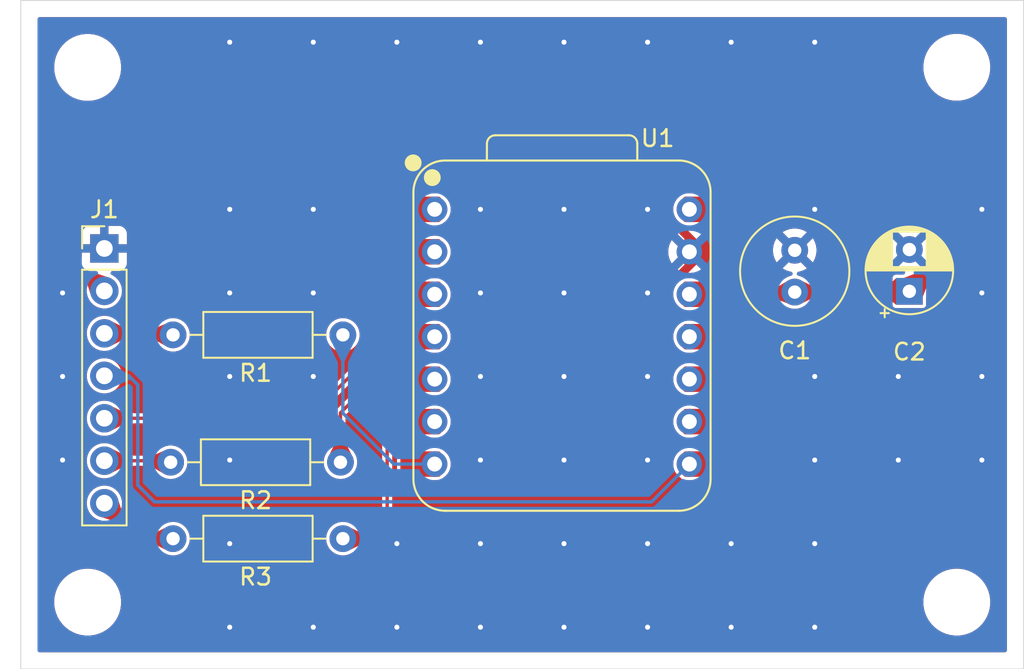
<source format=kicad_pcb>
(kicad_pcb (version 20241229) (generator "pcbnew") (generator_version "9.0")
  (layers (0 "F.Cu" signal) (2 "B.Cu" signal) (13 "F.Paste" user) (15 "B.Paste" user) (5 "F.SilkS" user "F.Silkscreen") (7 "B.SilkS" user "B.Silkscreen") (1 "F.Mask" user) (3 "B.Mask" user) (25 "Edge.Cuts" user))
  (net 0 "")
  (net 1 "Net-(J1-Pin_3)")
  (net 2 "Net-(J1-Pin_5)")
  (net 3 "Net-(J1-Pin_7)")
  (net 4 "Net-(J1-Pin_4)")
  (net 5 "Net-(J1-Pin_6)")
  (net 13 "Net-(U1-PB08_A6_TX)")
  (net 14 "Net-(U1-PA11_A3_D3)")
  (net 15 "Net-(U1-PA8_A4_D4_SDA)")
  (net 16 "GND")
  (net 17 "+3V3")
  (footprint "Resistor_THT:R_Axial_DIN0207_L6.3mm_D2.5mm_P10.16mm_Horizontal" (layer "F.Cu") (at 109.110225 80.01)
    (property "Reference" "R1" (at 4.935775 2.286 0) (layer "F.SilkS"))
    (property "Value" "100" (hide yes))
    (fp_line (start 1.04 0) (end 1.81 0) (stroke (width 0.12)) (layer "F.SilkS"))
    (fp_line (start 1.81 -1.37) (end 1.81 1.37) (stroke (width 0.12)) (layer "F.SilkS"))
    (fp_line (start 1.81 1.37) (end 8.35 1.37) (stroke (width 0.12)) (layer "F.SilkS"))
    (fp_line (start 8.35 -1.37) (end 1.81 -1.37) (stroke (width 0.12)) (layer "F.SilkS"))
    (fp_line (start 8.35 1.37) (end 8.35 -1.37) (stroke (width 0.12)) (layer "F.SilkS"))
    (fp_line (start 9.12 0) (end 8.35 0) (stroke (width 0.12)) (layer "F.SilkS"))
    (pad "1" thru_hole circle (at 0 0) (size 1.6 1.6) (drill 0.8) (layers "*.Cu" "*.Mask") (net 1 "Net-(J1-Pin_3)"))
    (pad "2" thru_hole oval (at 10.16 0) (size 1.6 1.6) (drill 0.8) (layers "*.Cu" "*.Mask") (net 13 "Net-(U1-PB08_A6_TX)"))
  )
  (footprint "Resistor_THT:R_Axial_DIN0207_L6.3mm_D2.5mm_P10.16mm_Horizontal" (layer "F.Cu") (at 109.110225 92.202)
    (property "Reference" "R3" (at 4.935775 2.286 0) (layer "F.SilkS"))
    (property "Value" "330" (hide yes))
    (fp_line (start 1.04 0) (end 1.81 0) (stroke (width 0.12)) (layer "F.SilkS"))
    (fp_line (start 1.81 -1.37) (end 1.81 1.37) (stroke (width 0.12)) (layer "F.SilkS"))
    (fp_line (start 1.81 1.37) (end 8.35 1.37) (stroke (width 0.12)) (layer "F.SilkS"))
    (fp_line (start 8.35 -1.37) (end 1.81 -1.37) (stroke (width 0.12)) (layer "F.SilkS"))
    (fp_line (start 8.35 1.37) (end 8.35 -1.37) (stroke (width 0.12)) (layer "F.SilkS"))
    (fp_line (start 9.12 0) (end 8.35 0) (stroke (width 0.12)) (layer "F.SilkS"))
    (pad "1" thru_hole circle (at 0 0) (size 1.6 1.6) (drill 0.8) (layers "*.Cu" "*.Mask") (net 3 "Net-(J1-Pin_7)"))
    (pad "2" thru_hole oval (at 10.16 0) (size 1.6 1.6) (drill 0.8) (layers "*.Cu" "*.Mask") (net 15 "Net-(U1-PA8_A4_D4_SDA)"))
  )
  (footprint "Connector_PinHeader_2.54mm:PinHeader_1x07_P2.54mm_Vertical" (layer "F.Cu") (at 105 74.84)
    (property "Reference" "J1" (at 0 -2.33 0) (layer "F.SilkS"))
    (property "Value" "Conn_01x07_Pin")
    (fp_line (start -1.33 -1.33) (end 0 -1.33) (stroke (width 0.12)) (layer "F.SilkS"))
    (fp_line (start -1.33 0) (end -1.33 -1.33) (stroke (width 0.12)) (layer "F.SilkS"))
    (fp_line (start -1.33 1.27) (end -1.33 16.57) (stroke (width 0.12)) (layer "F.SilkS"))
    (fp_line (start -1.33 1.27) (end 1.33 1.27) (stroke (width 0.12)) (layer "F.SilkS"))
    (fp_line (start -1.33 16.57) (end 1.33 16.57) (stroke (width 0.12)) (layer "F.SilkS"))
    (fp_line (start 1.33 1.27) (end 1.33 16.57) (stroke (width 0.12)) (layer "F.SilkS"))
    (pad "1" thru_hole rect (at 0 0) (size 1.7 1.7) (drill 1) (layers "*.Cu" "*.Mask") (net 16 "GND"))
    (pad "2" thru_hole oval (at 0 2.54) (size 1.7 1.7) (drill 1) (layers "*.Cu" "*.Mask") (net 17 "+3V3"))
    (pad "3" thru_hole oval (at 0 5.08) (size 1.7 1.7) (drill 1) (layers "*.Cu" "*.Mask") (net 1 "Net-(J1-Pin_3)"))
    (pad "4" thru_hole oval (at 0 7.62) (size 1.7 1.7) (drill 1) (layers "*.Cu" "*.Mask") (net 4 "Net-(J1-Pin_4)"))
    (pad "5" thru_hole oval (at 0 10.16) (size 1.7 1.7) (drill 1) (layers "*.Cu" "*.Mask") (net 2 "Net-(J1-Pin_5)"))
    (pad "6" thru_hole oval (at 0 12.7) (size 1.7 1.7) (drill 1) (layers "*.Cu" "*.Mask") (net 5 "Net-(J1-Pin_6)"))
    (pad "7" thru_hole oval (at 0 15.24) (size 1.7 1.7) (drill 1) (layers "*.Cu" "*.Mask") (net 3 "Net-(J1-Pin_7)"))
  )
  (footprint "Capacitor_THT:C_Radial_D6.3mm_H5.0mm_P2.50mm" (layer "F.Cu") (at 146.304 74.95 -90)
    (property "Reference" "C1" (at 6 0 180) (layer "F.SilkS"))
    (property "Value" "0.1μF" (hide yes))
    (fp_circle (center 1.25 0) (end 4.52 0) (stroke (width 0.12)) (fill no) (layer "F.SilkS"))
    (pad "1" thru_hole circle (at 0 0 270) (size 1.6 1.6) (drill 0.8) (layers "*.Cu" "*.Mask") (net 16 "GND"))
    (pad "2" thru_hole circle (at 2.5 0 270) (size 1.6 1.6) (drill 0.8) (layers "*.Cu" "*.Mask") (net 17 "+3V3"))
  )
  (footprint "Capacitor_THT:CP_Radial_D5.0mm_P2.50mm" (layer "F.Cu") (at 153.162 77.405113 90)
    (property "Reference" "C2" (at -3.620887 0 180) (layer "F.SilkS"))
    (property "Value" "10μF" (hide yes))
    (fp_line (start 1.29 -2.58) (end 1.29 2.58) (stroke (width 0.12)) (layer "F.SilkS"))
    (fp_line (start 1.25 -2.58) (end 1.25 2.58) (stroke (width 0.12)) (layer "F.SilkS"))
    (fp_line (start 1.33 -2.579) (end 1.33 2.579) (stroke (width 0.12)) (layer "F.SilkS"))
    (fp_line (start 1.37 -2.578) (end 1.37 2.578) (stroke (width 0.12)) (layer "F.SilkS"))
    (fp_line (start 1.41 -2.576) (end 1.41 2.576) (stroke (width 0.12)) (layer "F.SilkS"))
    (fp_line (start 1.45 -2.573) (end 1.45 2.573) (stroke (width 0.12)) (layer "F.SilkS"))
    (fp_line (start 1.49 -2.569) (end 1.49 -1.04) (stroke (width 0.12)) (layer "F.SilkS"))
    (fp_line (start 1.53 -2.565) (end 1.53 -1.04) (stroke (width 0.12)) (layer "F.SilkS"))
    (fp_line (start 1.57 -2.561) (end 1.57 -1.04) (stroke (width 0.12)) (layer "F.SilkS"))
    (fp_line (start 1.61 -2.556) (end 1.61 -1.04) (stroke (width 0.12)) (layer "F.SilkS"))
    (fp_line (start 1.65 -2.55) (end 1.65 -1.04) (stroke (width 0.12)) (layer "F.SilkS"))
    (fp_line (start 1.69 -2.543) (end 1.69 -1.04) (stroke (width 0.12)) (layer "F.SilkS"))
    (fp_line (start 1.73 -2.536) (end 1.73 -1.04) (stroke (width 0.12)) (layer "F.SilkS"))
    (fp_line (start 1.77 -2.528) (end 1.77 -1.04) (stroke (width 0.12)) (layer "F.SilkS"))
    (fp_line (start 1.81 -2.52) (end 1.81 -1.04) (stroke (width 0.12)) (layer "F.SilkS"))
    (fp_line (start 1.85 -2.511) (end 1.85 -1.04) (stroke (width 0.12)) (layer "F.SilkS"))
    (fp_line (start 1.89 -2.501) (end 1.89 -1.04) (stroke (width 0.12)) (layer "F.SilkS"))
    (fp_line (start 1.93 -2.491) (end 1.93 -1.04) (stroke (width 0.12)) (layer "F.SilkS"))
    (fp_line (start 1.971 -2.48) (end 1.971 -1.04) (stroke (width 0.12)) (layer "F.SilkS"))
    (fp_line (start 2.011 -2.468) (end 2.011 -1.04) (stroke (width 0.12)) (layer "F.SilkS"))
    (fp_line (start 2.051 -2.455) (end 2.051 -1.04) (stroke (width 0.12)) (layer "F.SilkS"))
    (fp_line (start 2.091 -2.442) (end 2.091 -1.04) (stroke (width 0.12)) (layer "F.SilkS"))
    (fp_line (start 2.131 -2.428) (end 2.131 -1.04) (stroke (width 0.12)) (layer "F.SilkS"))
    (fp_line (start 2.171 -2.414) (end 2.171 -1.04) (stroke (width 0.12)) (layer "F.SilkS"))
    (fp_line (start 2.211 -2.398) (end 2.211 -1.04) (stroke (width 0.12)) (layer "F.SilkS"))
    (fp_line (start 2.251 -2.382) (end 2.251 -1.04) (stroke (width 0.12)) (layer "F.SilkS"))
    (fp_line (start 2.291 -2.365) (end 2.291 -1.04) (stroke (width 0.12)) (layer "F.SilkS"))
    (fp_line (start 2.331 -2.348) (end 2.331 -1.04) (stroke (width 0.12)) (layer "F.SilkS"))
    (fp_line (start 2.371 -2.329) (end 2.371 -1.04) (stroke (width 0.12)) (layer "F.SilkS"))
    (fp_line (start 2.411 -2.31) (end 2.411 -1.04) (stroke (width 0.12)) (layer "F.SilkS"))
    (fp_line (start 2.451 -2.29) (end 2.451 -1.04) (stroke (width 0.12)) (layer "F.SilkS"))
    (fp_line (start 2.491 -2.268) (end 2.491 -1.04) (stroke (width 0.12)) (layer "F.SilkS"))
    (fp_line (start 2.531 -2.247) (end 2.531 -1.04) (stroke (width 0.12)) (layer "F.SilkS"))
    (fp_line (start 2.571 -2.224) (end 2.571 -1.04) (stroke (width 0.12)) (layer "F.SilkS"))
    (fp_line (start 2.611 -2.2) (end 2.611 -1.04) (stroke (width 0.12)) (layer "F.SilkS"))
    (fp_line (start 2.651 -2.175) (end 2.651 -1.04) (stroke (width 0.12)) (layer "F.SilkS"))
    (fp_line (start 2.691 -2.149) (end 2.691 -1.04) (stroke (width 0.12)) (layer "F.SilkS"))
    (fp_line (start 2.731 -2.122) (end 2.731 -1.04) (stroke (width 0.12)) (layer "F.SilkS"))
    (fp_line (start 2.771 -2.095) (end 2.771 -1.04) (stroke (width 0.12)) (layer "F.SilkS"))
    (fp_line (start 2.811 -2.065) (end 2.811 -1.04) (stroke (width 0.12)) (layer "F.SilkS"))
    (fp_line (start 2.851 -2.035) (end 2.851 -1.04) (stroke (width 0.12)) (layer "F.SilkS"))
    (fp_line (start 2.891 -2.004) (end 2.891 -1.04) (stroke (width 0.12)) (layer "F.SilkS"))
    (fp_line (start 2.931 -1.971) (end 2.931 -1.04) (stroke (width 0.12)) (layer "F.SilkS"))
    (fp_line (start 2.971 -1.937) (end 2.971 -1.04) (stroke (width 0.12)) (layer "F.SilkS"))
    (fp_line (start 3.011 -1.901) (end 3.011 -1.04) (stroke (width 0.12)) (layer "F.SilkS"))
    (fp_line (start 3.051 -1.864) (end 3.051 -1.04) (stroke (width 0.12)) (layer "F.SilkS"))
    (fp_line (start 3.091 -1.826) (end 3.091 -1.04) (stroke (width 0.12)) (layer "F.SilkS"))
    (fp_line (start 3.131 -1.785) (end 3.131 -1.04) (stroke (width 0.12)) (layer "F.SilkS"))
    (fp_line (start 3.171 -1.743) (end 3.171 -1.04) (stroke (width 0.12)) (layer "F.SilkS"))
    (fp_line (start -1.304775 -1.725) (end -1.304775 -1.225) (stroke (width 0.12)) (layer "F.SilkS"))
    (fp_line (start 3.211 -1.699) (end 3.211 -1.04) (stroke (width 0.12)) (layer "F.SilkS"))
    (fp_line (start 3.251 -1.653) (end 3.251 -1.04) (stroke (width 0.12)) (layer "F.SilkS"))
    (fp_line (start 3.291 -1.605) (end 3.291 -1.04) (stroke (width 0.12)) (layer "F.SilkS"))
    (fp_line (start 3.331 -1.554) (end 3.331 -1.04) (stroke (width 0.12)) (layer "F.SilkS"))
    (fp_line (start 3.371 -1.5) (end 3.371 -1.04) (stroke (width 0.12)) (layer "F.SilkS"))
    (fp_line (start -1.554775 -1.475) (end -1.054775 -1.475) (stroke (width 0.12)) (layer "F.SilkS"))
    (fp_line (start 3.411 -1.443) (end 3.411 -1.04) (stroke (width 0.12)) (layer "F.SilkS"))
    (fp_line (start 3.451 -1.383) (end 3.451 -1.04) (stroke (width 0.12)) (layer "F.SilkS"))
    (fp_line (start 3.491 -1.319) (end 3.491 -1.04) (stroke (width 0.12)) (layer "F.SilkS"))
    (fp_line (start 3.531 -1.251) (end 3.531 -1.04) (stroke (width 0.12)) (layer "F.SilkS"))
    (fp_line (start 3.571 -1.178) (end 3.571 1.178) (stroke (width 0.12)) (layer "F.SilkS"))
    (fp_line (start 3.611 -1.098) (end 3.611 1.098) (stroke (width 0.12)) (layer "F.SilkS"))
    (fp_line (start 3.651 -1.011) (end 3.651 1.011) (stroke (width 0.12)) (layer "F.SilkS"))
    (fp_line (start 3.691 -0.915) (end 3.691 0.915) (stroke (width 0.12)) (layer "F.SilkS"))
    (fp_line (start 3.731 -0.805) (end 3.731 0.805) (stroke (width 0.12)) (layer "F.SilkS"))
    (fp_line (start 3.771 -0.677) (end 3.771 0.677) (stroke (width 0.12)) (layer "F.SilkS"))
    (fp_line (start 3.811 -0.518) (end 3.811 0.518) (stroke (width 0.12)) (layer "F.SilkS"))
    (fp_line (start 3.851 -0.284) (end 3.851 0.284) (stroke (width 0.12)) (layer "F.SilkS"))
    (fp_line (start 3.531 1.04) (end 3.531 1.251) (stroke (width 0.12)) (layer "F.SilkS"))
    (fp_line (start 3.491 1.04) (end 3.491 1.319) (stroke (width 0.12)) (layer "F.SilkS"))
    (fp_line (start 3.451 1.04) (end 3.451 1.383) (stroke (width 0.12)) (layer "F.SilkS"))
    (fp_line (start 3.411 1.04) (end 3.411 1.443) (stroke (width 0.12)) (layer "F.SilkS"))
    (fp_line (start 3.371 1.04) (end 3.371 1.5) (stroke (width 0.12)) (layer "F.SilkS"))
    (fp_line (start 3.331 1.04) (end 3.331 1.554) (stroke (width 0.12)) (layer "F.SilkS"))
    (fp_line (start 3.291 1.04) (end 3.291 1.605) (stroke (width 0.12)) (layer "F.SilkS"))
    (fp_line (start 3.251 1.04) (end 3.251 1.653) (stroke (width 0.12)) (layer "F.SilkS"))
    (fp_line (start 3.211 1.04) (end 3.211 1.699) (stroke (width 0.12)) (layer "F.SilkS"))
    (fp_line (start 3.171 1.04) (end 3.171 1.743) (stroke (width 0.12)) (layer "F.SilkS"))
    (fp_line (start 3.131 1.04) (end 3.131 1.785) (stroke (width 0.12)) (layer "F.SilkS"))
    (fp_line (start 3.091 1.04) (end 3.091 1.826) (stroke (width 0.12)) (layer "F.SilkS"))
    (fp_line (start 3.051 1.04) (end 3.051 1.864) (stroke (width 0.12)) (layer "F.SilkS"))
    (fp_line (start 3.011 1.04) (end 3.011 1.901) (stroke (width 0.12)) (layer "F.SilkS"))
    (fp_line (start 2.971 1.04) (end 2.971 1.937) (stroke (width 0.12)) (layer "F.SilkS"))
    (fp_line (start 2.931 1.04) (end 2.931 1.971) (stroke (width 0.12)) (layer "F.SilkS"))
    (fp_line (start 2.891 1.04) (end 2.891 2.004) (stroke (width 0.12)) (layer "F.SilkS"))
    (fp_line (start 2.851 1.04) (end 2.851 2.035) (stroke (width 0.12)) (layer "F.SilkS"))
    (fp_line (start 2.811 1.04) (end 2.811 2.065) (stroke (width 0.12)) (layer "F.SilkS"))
    (fp_line (start 2.771 1.04) (end 2.771 2.095) (stroke (width 0.12)) (layer "F.SilkS"))
    (fp_line (start 2.731 1.04) (end 2.731 2.122) (stroke (width 0.12)) (layer "F.SilkS"))
    (fp_line (start 2.691 1.04) (end 2.691 2.149) (stroke (width 0.12)) (layer "F.SilkS"))
    (fp_line (start 2.651 1.04) (end 2.651 2.175) (stroke (width 0.12)) (layer "F.SilkS"))
    (fp_line (start 2.611 1.04) (end 2.611 2.2) (stroke (width 0.12)) (layer "F.SilkS"))
    (fp_line (start 2.571 1.04) (end 2.571 2.224) (stroke (width 0.12)) (layer "F.SilkS"))
    (fp_line (start 2.531 1.04) (end 2.531 2.247) (stroke (width 0.12)) (layer "F.SilkS"))
    (fp_line (start 2.491 1.04) (end 2.491 2.268) (stroke (width 0.12)) (layer "F.SilkS"))
    (fp_line (start 2.451 1.04) (end 2.451 2.29) (stroke (width 0.12)) (layer "F.SilkS"))
    (fp_line (start 2.411 1.04) (end 2.411 2.31) (stroke (width 0.12)) (layer "F.SilkS"))
    (fp_line (start 2.371 1.04) (end 2.371 2.329) (stroke (width 0.12)) (layer "F.SilkS"))
    (fp_line (start 2.331 1.04) (end 2.331 2.348) (stroke (width 0.12)) (layer "F.SilkS"))
    (fp_line (start 2.291 1.04) (end 2.291 2.365) (stroke (width 0.12)) (layer "F.SilkS"))
    (fp_line (start 2.251 1.04) (end 2.251 2.382) (stroke (width 0.12)) (layer "F.SilkS"))
    (fp_line (start 2.211 1.04) (end 2.211 2.398) (stroke (width 0.12)) (layer "F.SilkS"))
    (fp_line (start 2.171 1.04) (end 2.171 2.414) (stroke (width 0.12)) (layer "F.SilkS"))
    (fp_line (start 2.131 1.04) (end 2.131 2.428) (stroke (width 0.12)) (layer "F.SilkS"))
    (fp_line (start 2.091 1.04) (end 2.091 2.442) (stroke (width 0.12)) (layer "F.SilkS"))
    (fp_line (start 2.051 1.04) (end 2.051 2.455) (stroke (width 0.12)) (layer "F.SilkS"))
    (fp_line (start 2.011 1.04) (end 2.011 2.468) (stroke (width 0.12)) (layer "F.SilkS"))
    (fp_line (start 1.971 1.04) (end 1.971 2.48) (stroke (width 0.12)) (layer "F.SilkS"))
    (fp_line (start 1.93 1.04) (end 1.93 2.491) (stroke (width 0.12)) (layer "F.SilkS"))
    (fp_line (start 1.89 1.04) (end 1.89 2.501) (stroke (width 0.12)) (layer "F.SilkS"))
    (fp_line (start 1.85 1.04) (end 1.85 2.511) (stroke (width 0.12)) (layer "F.SilkS"))
    (fp_line (start 1.81 1.04) (end 1.81 2.52) (stroke (width 0.12)) (layer "F.SilkS"))
    (fp_line (start 1.77 1.04) (end 1.77 2.528) (stroke (width 0.12)) (layer "F.SilkS"))
    (fp_line (start 1.73 1.04) (end 1.73 2.536) (stroke (width 0.12)) (layer "F.SilkS"))
    (fp_line (start 1.69 1.04) (end 1.69 2.543) (stroke (width 0.12)) (layer "F.SilkS"))
    (fp_line (start 1.65 1.04) (end 1.65 2.55) (stroke (width 0.12)) (layer "F.SilkS"))
    (fp_line (start 1.61 1.04) (end 1.61 2.556) (stroke (width 0.12)) (layer "F.SilkS"))
    (fp_line (start 1.57 1.04) (end 1.57 2.561) (stroke (width 0.12)) (layer "F.SilkS"))
    (fp_line (start 1.53 1.04) (end 1.53 2.565) (stroke (width 0.12)) (layer "F.SilkS"))
    (fp_line (start 1.49 1.04) (end 1.49 2.569) (stroke (width 0.12)) (layer "F.SilkS"))
    (fp_circle (center 1.25 0) (end 3.87 0) (stroke (width 0.12)) (fill no) (layer "F.SilkS"))
    (pad "1" thru_hole rect (at 0 0 90) (size 1.6 1.6) (drill 0.8) (layers "*.Cu" "*.Mask") (net 17 "+3V3"))
    (pad "2" thru_hole circle (at 2.5 0 90) (size 1.6 1.6) (drill 0.8) (layers "*.Cu" "*.Mask") (net 16 "GND"))
  )
  (footprint "MountingHole:MountingHole_3.5mm" (layer "F.Cu") (at 156 64)
    (property "Reference" "REF**" (hide yes))
    (property "Value" "")
    (pad "" np_thru_hole circle (at 0 0) (size 3.5 3.5) (drill 3.5) (layers "*.Cu" "*.Mask"))
  )
  (footprint "MountingHole:MountingHole_3.5mm" (layer "F.Cu") (at 156 96)
    (property "Reference" "REF**" (hide yes))
    (property "Value" "MountingHole_3.5mm" (hide yes))
    (pad "" np_thru_hole circle (at 0 0) (size 3.5 3.5) (drill 3.5) (layers "*.Cu" "*.Mask"))
  )
  (footprint "Resistor_THT:R_Axial_DIN0207_L6.3mm_D2.5mm_P10.16mm_Horizontal" (layer "F.Cu") (at 108.966 87.63)
    (property "Reference" "R2" (at 5.08 2.286 0) (layer "F.SilkS"))
    (property "Value" "330" (hide yes))
    (fp_line (start 1.04 0) (end 1.81 0) (stroke (width 0.12)) (layer "F.SilkS"))
    (fp_line (start 1.81 -1.37) (end 1.81 1.37) (stroke (width 0.12)) (layer "F.SilkS"))
    (fp_line (start 1.81 1.37) (end 8.35 1.37) (stroke (width 0.12)) (layer "F.SilkS"))
    (fp_line (start 8.35 -1.37) (end 1.81 -1.37) (stroke (width 0.12)) (layer "F.SilkS"))
    (fp_line (start 8.35 1.37) (end 8.35 -1.37) (stroke (width 0.12)) (layer "F.SilkS"))
    (fp_line (start 9.12 0) (end 8.35 0) (stroke (width 0.12)) (layer "F.SilkS"))
    (pad "1" thru_hole circle (at 0 0) (size 1.6 1.6) (drill 0.8) (layers "*.Cu" "*.Mask") (net 5 "Net-(J1-Pin_6)"))
    (pad "2" thru_hole oval (at 10.16 0) (size 1.6 1.6) (drill 0.8) (layers "*.Cu" "*.Mask") (net 14 "Net-(U1-PA11_A3_D3)"))
  )
  (footprint "MountingHole:MountingHole_3.5mm" (layer "F.Cu") (at 104 96)
    (property "Reference" "REF**" (hide yes))
    (property "Value" "MountingHole_3.5mm" (hide yes))
    (pad "" np_thru_hole circle (at 0 0) (size 3.5 3.5) (drill 3.5) (layers "*.Cu" "*.Mask"))
  )
  (footprint "MountingHole:MountingHole_3.5mm" (layer "F.Cu") (at 104 64.008)
    (property "Reference" "REF**" (hide yes))
    (property "Value" "MountingHole_3.5mm" (hide yes))
    (pad "" np_thru_hole circle (at 0 0) (size 3.5 3.5) (drill 3.5) (layers "*.Cu" "*.Mask"))
  )
  (footprint "footprints:XIAO-ESP32S3-DIP" (layer "F.Cu") (at 132.38 80.12)
    (property "Reference" "U1" (at 5.72 -11.87 0) (layer "F.SilkS"))
    (property "Value" "MOUDLE-SEEEDUINO-XIAO-ESP32S3")
    (fp_line (start -8.89 8.509) (end -8.89 -8.636) (stroke (width 0.127)) (layer "F.SilkS"))
    (fp_line (start -6.985 10.414) (end 6.985 10.414) (stroke (width 0.127)) (layer "F.SilkS"))
    (fp_line (start -4.495 -10.541) (end -4.491272 -11.551272) (stroke (width 0.127)) (layer "F.SilkS"))
    (fp_line (start -3.991272 -12.051) (end 4.004 -12.051) (stroke (width 0.127)) (layer "F.SilkS"))
    (fp_line (start 4.504 -11.551) (end 4.504 -10.541) (stroke (width 0.127)) (layer "F.SilkS"))
    (fp_line (start 6.985 -10.541) (end -6.985 -10.541) (stroke (width 0.1)) (layer "F.SilkS"))
    (fp_line (start 6.985 -10.541) (end -6.985 -10.541) (stroke (width 0.127)) (layer "F.SilkS"))
    (fp_line (start 8.89 8.509) (end 8.89 -8.636) (stroke (width 0.127)) (layer "F.SilkS"))
    (fp_arc (start -8.89 -8.636) (mid -8.332038 -9.983038) (end -6.985 -10.541) (stroke (width 0.127)) (layer "F.SilkS"))
    (fp_arc (start -6.985 10.414) (mid -8.332038 9.856038) (end -8.89 8.509) (stroke (width 0.127)) (layer "F.SilkS"))
    (fp_arc (start -4.491272 -11.551272) (mid -4.344728 -11.90464) (end -3.991272 -12.051) (stroke (width 0.127)) (layer "F.SilkS"))
    (fp_arc (start 4.004 -12.051) (mid 4.357553 -11.904553) (end 4.504 -11.551) (stroke (width 0.127)) (layer "F.SilkS"))
    (fp_arc (start 6.985 -10.541) (mid 8.332038 -9.983038) (end 8.89 -8.636) (stroke (width 0.127)) (layer "F.SilkS"))
    (fp_arc (start 8.89 8.509) (mid 8.332038 9.856038) (end 6.985 10.414) (stroke (width 0.127)) (layer "F.SilkS"))
    (fp_circle (center -8.904 -10.4) (end -8.904 -10.654) (stroke (width 0.5)) (fill yes) (layer "F.SilkS"))
    (fp_circle (center -7.761 -9.52) (end -7.761 -9.774) (stroke (width 0.5)) (fill yes) (layer "F.SilkS"))
    (pad "1" smd roundrect (at -8.455 -7.62 180) (size 2.432 1.524) (layers "F.Cu" "F.Mask") (roundrect_rratio 0.1))
    (pad "1" thru_hole circle (at -7.62 -7.62 180) (size 1.524 1.524) (drill 0.889) (layers "*.Cu" "*.Mask"))
    (pad "2" smd roundrect (at -8.455 -5.08 180) (size 2.432 1.524) (layers "F.Cu" "F.Mask") (roundrect_rratio 0.1) (net 2 "Net-(J1-Pin_5)"))
    (pad "2" thru_hole circle (at -7.62 -5.08 180) (size 1.524 1.524) (drill 0.889) (layers "*.Cu" "*.Mask") (net 2 "Net-(J1-Pin_5)"))
    (pad "3" smd roundrect (at -8.455 -2.54 180) (size 2.432 1.524) (layers "F.Cu" "F.Mask") (roundrect_rratio 0.1))
    (pad "3" thru_hole circle (at -7.62 -2.54 180) (size 1.524 1.524) (drill 0.889) (layers "*.Cu" "*.Mask"))
    (pad "4" smd roundrect (at -8.455 0 180) (size 2.432 1.524) (layers "F.Cu" "F.Mask") (roundrect_rratio 0.1) (net 14 "Net-(U1-PA11_A3_D3)"))
    (pad "4" thru_hole circle (at -7.62 0 180) (size 1.524 1.524) (drill 0.889) (layers "*.Cu" "*.Mask") (net 14 "Net-(U1-PA11_A3_D3)"))
    (pad "5" smd roundrect (at -8.455 2.54 180) (size 2.432 1.524) (layers "F.Cu" "F.Mask") (roundrect_rratio 0.1) (net 15 "Net-(U1-PA8_A4_D4_SDA)"))
    (pad "5" thru_hole circle (at -7.62 2.54 180) (size 1.524 1.524) (drill 0.889) (layers "*.Cu" "*.Mask") (net 15 "Net-(U1-PA8_A4_D4_SDA)"))
    (pad "6" smd roundrect (at -8.455 5.08 180) (size 2.432 1.524) (layers "F.Cu" "F.Mask") (roundrect_rratio 0.1))
    (pad "6" thru_hole circle (at -7.62 5.08 180) (size 1.524 1.524) (drill 0.889) (layers "*.Cu" "*.Mask"))
    (pad "7" smd roundrect (at -8.455 7.62 180) (size 2.432 1.524) (layers "F.Cu" "F.Mask") (roundrect_rratio 0.1) (net 13 "Net-(U1-PB08_A6_TX)"))
    (pad "7" thru_hole circle (at -7.62 7.62 180) (size 1.524 1.524) (drill 0.889) (layers "*.Cu" "*.Mask") (net 13 "Net-(U1-PB08_A6_TX)"))
    (pad "8" thru_hole circle (at 7.62 7.62) (size 1.524 1.524) (drill 0.889) (layers "*.Cu" "*.Mask") (net 4 "Net-(J1-Pin_4)"))
    (pad "8" smd roundrect (at 8.455 7.62) (size 2.432 1.524) (layers "F.Cu" "F.Mask") (roundrect_rratio 0.1) (net 4 "Net-(J1-Pin_4)"))
    (pad "9" thru_hole circle (at 7.62 5.08) (size 1.524 1.524) (drill 0.889) (layers "*.Cu" "*.Mask"))
    (pad "9" smd roundrect (at 8.455 5.08) (size 2.432 1.524) (layers "F.Cu" "F.Mask") (roundrect_rratio 0.1))
    (pad "10" thru_hole circle (at 7.62 2.54) (size 1.524 1.524) (drill 0.889) (layers "*.Cu" "*.Mask"))
    (pad "10" smd roundrect (at 8.455 2.54) (size 2.432 1.524) (layers "F.Cu" "F.Mask") (roundrect_rratio 0.1))
    (pad "11" thru_hole circle (at 7.62 0) (size 1.524 1.524) (drill 0.889) (layers "*.Cu" "*.Mask"))
    (pad "11" smd roundrect (at 8.455 0) (size 2.432 1.524) (layers "F.Cu" "F.Mask") (roundrect_rratio 0.1))
    (pad "12" thru_hole circle (at 7.62 -2.54) (size 1.524 1.524) (drill 0.889) (layers "*.Cu" "*.Mask") (net 17 "+3V3"))
    (pad "12" smd roundrect (at 8.455 -2.54) (size 2.432 1.524) (layers "F.Cu" "F.Mask") (roundrect_rratio 0.1) (net 17 "+3V3"))
    (pad "13" thru_hole circle (at 7.62 -5.08) (size 1.524 1.524) (drill 0.889) (layers "*.Cu" "*.Mask") (net 16 "GND"))
    (pad "13" smd roundrect (at 8.455 -5.08) (size 2.432 1.524) (layers "F.Cu" "F.Mask") (roundrect_rratio 0.1) (net 16 "GND"))
    (pad "14" thru_hole circle (at 7.62 -7.62) (size 1.524 1.524) (drill 0.889) (layers "*.Cu" "*.Mask"))
    (pad "14" smd roundrect (at 8.455 -7.62) (size 2.432 1.524) (layers "F.Cu" "F.Mask") (roundrect_rratio 0.1))
  )
  (gr_rect (start 100 60) (end 160 100) (stroke (width 0.05)) (fill no) (layer "Edge.Cuts"))
  (segment (start 105 79.92) (end 109.020225 79.92) (width 0.2) (layer "F.Cu") (net 1))
  (segment (start 109.020225 79.92) (end 109.110225 80.01) (width 0.2) (layer "F.Cu") (net 1))
  (segment (start 120.904 81.28) (end 120.904 78.061) (width 0.2) (layer "F.Cu") (net 2))
  (segment (start 120.904 78.061) (end 123.925 75.04) (width 0.2) (layer "F.Cu") (net 2))
  (segment (start 105 85) (end 117.184 85) (width 0.2) (layer "F.Cu") (net 2))
  (segment (start 117.184 85) (end 120.904 81.28) (width 0.2) (layer "F.Cu") (net 2))
  (segment (start 107.122 92.202) (end 109.110225 92.202) (width 0.2) (layer "F.Cu") (net 3))
  (segment (start 105 90.08) (end 107.122 92.202) (width 0.2) (layer "F.Cu") (net 3))
  (segment (start 107 89) (end 108 90) (width 0.2) (layer "B.Cu") (net 4))
  (segment (start 107 83) (end 107 89) (width 0.2) (layer "B.Cu") (net 4))
  (segment (start 106.46 82.46) (end 107 83) (width 0.2) (layer "B.Cu") (net 4))
  (segment (start 108 90) (end 137.74 90) (width 0.2) (layer "B.Cu") (net 4))
  (segment (start 137.74 90) (end 140 87.74) (width 0.2) (layer "B.Cu") (net 4))
  (segment (start 105 82.46) (end 106.46 82.46) (width 0.2) (layer "B.Cu") (net 4))
  (segment (start 105 87.54) (end 108.876 87.54) (width 0.2) (layer "F.Cu") (net 5))
  (segment (start 108.876 87.54) (end 108.966 87.63) (width 0.2) (layer "F.Cu") (net 5))
  (segment (start 119.270225 80.01) (end 119.270225 84.692225) (width 0.2) (layer "B.Cu") (net 13))
  (segment (start 122.318 87.74) (end 124.76 87.74) (width 0.2) (layer "B.Cu") (net 13))
  (segment (start 119.270225 84.692225) (end 122.318 87.74) (width 0.2) (layer "B.Cu") (net 13))
  (segment (start 124.76 80.12) (end 123.68237 80.12) (width 0.2) (layer "F.Cu") (net 14))
  (segment (start 123.68237 80.12) (end 119.126 84.67637) (width 0.2) (layer "F.Cu") (net 14))
  (segment (start 119.126 84.67637) (end 119.126 87.63) (width 0.2) (layer "F.Cu") (net 14))
  (segment (start 123.68237 82.66) (end 124.76 82.66) (width 0.2) (layer "F.Cu") (net 15))
  (segment (start 121.92 84.42237) (end 123.68237 82.66) (width 0.2) (layer "F.Cu") (net 15))
  (segment (start 119.270225 92.202) (end 120.904 92.202) (width 0.2) (layer "F.Cu") (net 15))
  (segment (start 120.904 92.202) (end 121.92 91.186) (width 0.2) (layer "F.Cu") (net 15))
  (segment (start 121.92 91.186) (end 121.92 84.42237) (width 0.2) (layer "F.Cu") (net 15))
  (segment (start 146.304 74.95) (end 146.538 74.95) (width 0.2) (layer "F.Cu") (net 16))
  (segment (start 140.04 75) (end 140 75.04) (width 0.2) (layer "F.Cu") (net 16))
  (segment (start 146.538 74.95) (end 146.582887 74.905113) (width 0.2) (layer "F.Cu") (net 16))
  (segment (start 146.214 75.04) (end 146.304 74.95) (width 0.2) (layer "F.Cu") (net 16))
  (via (at 137.5 87.5) (size 0.6) (drill 0.3) (layers "F.Cu" "B.Cu") (net 16))
  (via (at 137.5 97.5) (size 0.6) (drill 0.3) (layers "F.Cu" "B.Cu") (net 16))
  (via (at 147.5 97.5) (size 0.6) (drill 0.3) (layers "F.Cu" "B.Cu") (net 16))
  (via (at 132.5 92.5) (size 0.6) (drill 0.3) (layers "F.Cu" "B.Cu") (net 16))
  (via (at 127.5 72.5) (size 0.6) (drill 0.3) (layers "F.Cu" "B.Cu") (net 16))
  (via (at 112.5 82.5) (size 0.6) (drill 0.3) (layers "F.Cu" "B.Cu") (net 16))
  (via (at 117.5 97.5) (size 0.6) (drill 0.3) (layers "F.Cu" "B.Cu") (net 16))
  (via (at 137.5 92.5) (size 0.6) (drill 0.3) (layers "F.Cu" "B.Cu") (net 16))
  (via (at 117.5 62.5) (size 0.6) (drill 0.3) (layers "F.Cu" "B.Cu") (net 16))
  (via (at 117.5 77.5) (size 0.6) (drill 0.3) (layers "F.Cu" "B.Cu") (net 16))
  (via (at 127.5 97.5) (size 0.6) (drill 0.3) (layers "F.Cu" "B.Cu") (net 16))
  (via (at 112.5 72.5) (size 0.6) (drill 0.3) (layers "F.Cu" "B.Cu") (net 16))
  (via (at 132.5 72.5) (size 0.6) (drill 0.3) (layers "F.Cu" "B.Cu") (net 16))
  (via (at 122.5 97.5) (size 0.6) (drill 0.3) (layers "F.Cu" "B.Cu") (net 16))
  (via (at 147.5 62.5) (size 0.6) (drill 0.3) (layers "F.Cu" "B.Cu") (net 16))
  (via (at 147.5 87.5) (size 0.6) (drill 0.3) (layers "F.Cu" "B.Cu") (net 16))
  (via (at 127.5 62.5) (size 0.6) (drill 0.3) (layers "F.Cu" "B.Cu") (net 16))
  (via (at 137.5 62.5) (size 0.6) (drill 0.3) (layers "F.Cu" "B.Cu") (net 16))
  (via (at 152.5 82.5) (size 0.6) (drill 0.3) (layers "F.Cu" "B.Cu") (net 16))
  (via (at 137.5 77.5) (size 0.6) (drill 0.3) (layers "F.Cu" "B.Cu") (net 16))
  (via (at 132.5 77.5) (size 0.6) (drill 0.3) (layers "F.Cu" "B.Cu") (net 16))
  (via (at 132.5 82.5) (size 0.6) (drill 0.3) (layers "F.Cu" "B.Cu") (net 16))
  (via (at 102.5 77.5) (size 0.6) (drill 0.3) (layers "F.Cu" "B.Cu") (net 16))
  (via (at 122.5 62.5) (size 0.6) (drill 0.3) (layers "F.Cu" "B.Cu") (net 16))
  (via (at 132.5 62.5) (size 0.6) (drill 0.3) (layers "F.Cu" "B.Cu") (net 16))
  (via (at 147.5 92.5) (size 0.6) (drill 0.3) (layers "F.Cu" "B.Cu") (net 16))
  (via (at 132.5 87.5) (size 0.6) (drill 0.3) (layers "F.Cu" "B.Cu") (net 16))
  (via (at 152.5 87.5) (size 0.6) (drill 0.3) (layers "F.Cu" "B.Cu") (net 16))
  (via (at 132.5 97.5) (size 0.6) (drill 0.3) (layers "F.Cu" "B.Cu") (net 16))
  (via (at 127.5 87.5) (size 0.6) (drill 0.3) (layers "F.Cu" "B.Cu") (net 16))
  (via (at 142.5 62.5) (size 0.6) (drill 0.3) (layers "F.Cu" "B.Cu") (net 16))
  (via (at 127.5 92.5) (size 0.6) (drill 0.3) (layers "F.Cu" "B.Cu") (net 16))
  (via (at 157.5 72.5) (size 0.6) (drill 0.3) (layers "F.Cu" "B.Cu") (net 16))
  (via (at 157.5 82.5) (size 0.6) (drill 0.3) (layers "F.Cu" "B.Cu") (net 16))
  (via (at 112.5 97.5) (size 0.6) (drill 0.3) (layers "F.Cu" "B.Cu") (net 16))
  (via (at 157.5 77.5) (size 0.6) (drill 0.3) (layers "F.Cu" "B.Cu") (net 16))
  (via (at 142.5 92.5) (size 0.6) (drill 0.3) (layers "F.Cu" "B.Cu") (net 16))
  (via (at 117.5 82.5) (size 0.6) (drill 0.3) (layers "F.Cu" "B.Cu") (net 16))
  (via (at 117.5 72.5) (size 0.6) (drill 0.3) (layers "F.Cu" "B.Cu") (net 16))
  (via (at 137.5 72.5) (size 0.6) (drill 0.3) (layers "F.Cu" "B.Cu") (net 16))
  (via (at 127.5 82.5) (size 0.6) (drill 0.3) (layers "F.Cu" "B.Cu") (net 16))
  (via (at 147.5 72.5) (size 0.6) (drill 0.3) (layers "F.Cu" "B.Cu") (net 16))
  (via (at 127.5 77.5) (size 0.6) (drill 0.3) (layers "F.Cu" "B.Cu") (net 16))
  (via (at 102.5 87.5) (size 0.6) (drill 0.3) (layers "F.Cu" "B.Cu") (net 16))
  (via (at 112.5 92.5) (size 0.6) (drill 0.3) (layers "F.Cu" "B.Cu") (net 16))
  (via (at 147.5 82.5) (size 0.6) (drill 0.3) (layers "F.Cu" "B.Cu") (net 16))
  (via (at 137.5 82.5) (size 0.6) (drill 0.3) (layers "F.Cu" "B.Cu") (net 16))
  (via (at 157.5 87.5) (size 0.6) (drill 0.3) (layers "F.Cu" "B.Cu") (net 16))
  (via (at 122.5 92.5) (size 0.6) (drill 0.3) (layers "F.Cu" "B.Cu") (net 16))
  (via (at 142.5 97.5) (size 0.6) (drill 0.3) (layers "F.Cu" "B.Cu") (net 16))
  (via (at 112.5 62.5) (size 0.6) (drill 0.3) (layers "F.Cu" "B.Cu") (net 16))
  (via (at 112.5 87.5) (size 0.6) (drill 0.3) (layers "F.Cu" "B.Cu") (net 16))
  (via (at 112.5 77.5) (size 0.6) (drill 0.3) (layers "F.Cu" "B.Cu") (net 16))
  (via (at 102.5 82.5) (size 0.6) (drill 0.3) (layers "F.Cu" "B.Cu") (net 16))
  (segment (start 146.304 77.45) (end 153.117113 77.45) (width 0.2) (layer "F.Cu") (net 17))
  (segment (start 151.130057 66.98) (end 155.923557 71.7735) (width 0.2) (layer "F.Cu") (net 17))
  (segment (start 102.54 72.06) (end 107.62 66.98) (width 0.2) (layer "F.Cu") (net 17))
  (segment (start 102.54 74.92) (end 102.54 72.06) (width 0.2) (layer "F.Cu") (net 17))
  (segment (start 107.62 66.98) (end 151.130057 66.98) (width 0.2) (layer "F.Cu") (net 17))
  (segment (start 105 77.38) (end 102.54 74.92) (width 0.2) (layer "F.Cu") (net 17))
  (segment (start 155.923557 74.643556) (end 153.162 77.405113) (width 0.2) (layer "F.Cu") (net 17))
  (segment (start 146.174 77.58) (end 146.304 77.45) (width 0.2) (layer "F.Cu") (net 17))
  (segment (start 153.117113 77.45) (end 153.162 77.405113) (width 0.2) (layer "F.Cu") (net 17))
  (segment (start 155.923557 71.7735) (end 155.923557 74.643556) (width 0.2) (layer "F.Cu") (net 17))
  (segment (start 140 77.58) (end 146.174 77.58) (width 0.2) (layer "F.Cu") (net 17))
  (zone (net 16) (net_name "GND") (layers "F.Cu" "B.Cu") (name "アンテナエリア") (connect_pads (clearance 0)) (min_thickness 0.25) (fill yes (thermal_gap 0.5) (thermal_bridge_width 0.5))
    (polygon (pts (xy 101 61) (xy 101 99) (xy 159 99) (xy 159 61)))
  )
)
</source>
